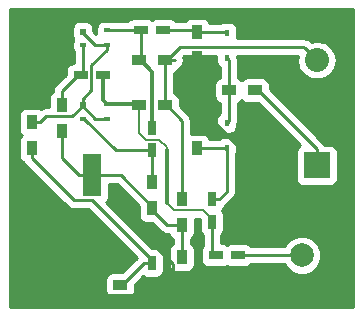
<source format=gbr>
G04 #@! TF.FileFunction,Copper,L2,Bot,Signal*
%FSLAX46Y46*%
G04 Gerber Fmt 4.6, Leading zero omitted, Abs format (unit mm)*
G04 Created by KiCad (PCBNEW 4.0.1-stable) date Friday, 11 March 2016 'pmt' 17:01:43*
%MOMM*%
G01*
G04 APERTURE LIST*
%ADD10C,0.100000*%
%ADD11R,1.200000X0.900000*%
%ADD12R,0.900000X1.200000*%
%ADD13R,0.508000X0.304800*%
%ADD14R,0.508000X0.604800*%
%ADD15R,1.200000X0.750000*%
%ADD16R,0.750000X1.200000*%
%ADD17R,1.600200X3.599180*%
%ADD18R,0.450000X0.590000*%
%ADD19R,2.235200X2.235200*%
%ADD20R,2.032000X2.032000*%
%ADD21O,2.032000X2.032000*%
%ADD22C,1.998980*%
%ADD23C,0.250000*%
%ADD24C,0.300000*%
%ADD25C,0.200000*%
%ADD26C,0.254000*%
G04 APERTURE END LIST*
D10*
D11*
X26500000Y-21590000D03*
X24300000Y-21590000D03*
D12*
X27940000Y-29550000D03*
X27940000Y-31750000D03*
X27940000Y-34460000D03*
X27940000Y-36660000D03*
X25400000Y-28110000D03*
X25400000Y-30310000D03*
D13*
X19558000Y-22710000D03*
D14*
X19558000Y-21590000D03*
D13*
X21590000Y-22710000D03*
X21590000Y-21440000D03*
D15*
X26350000Y-15240000D03*
X24450000Y-15240000D03*
X21270000Y-19050000D03*
X19370000Y-19050000D03*
D16*
X25400000Y-34920000D03*
X25400000Y-33020000D03*
X25400000Y-25400000D03*
X25400000Y-23500000D03*
X30480000Y-31430000D03*
X30480000Y-29530000D03*
D15*
X32700000Y-34290000D03*
X30800000Y-34290000D03*
D17*
X20320000Y-27518360D03*
X20320000Y-33020000D03*
D18*
X31750000Y-15455000D03*
X31750000Y-17565000D03*
X31750000Y-25185000D03*
X31750000Y-23075000D03*
D11*
X26500000Y-17780000D03*
X24300000Y-17780000D03*
D12*
X15240000Y-23030000D03*
X15240000Y-25230000D03*
D19*
X39370000Y-26670000D03*
D20*
X39370000Y-20320000D03*
D21*
X39370000Y-17780000D03*
D12*
X29210000Y-17610000D03*
X29210000Y-15410000D03*
X17780000Y-23790000D03*
X17780000Y-21590000D03*
D11*
X22690000Y-36830000D03*
X20490000Y-36830000D03*
X34120000Y-20320000D03*
X31920000Y-20320000D03*
D12*
X29210000Y-23030000D03*
X29210000Y-25230000D03*
D13*
X19558000Y-16510000D03*
D14*
X19558000Y-15390000D03*
D13*
X21590000Y-16510000D03*
X21590000Y-15240000D03*
D22*
X38100000Y-34290000D03*
X40800020Y-36990020D03*
X40800020Y-31589980D03*
X35399980Y-31589980D03*
X35399980Y-36990020D03*
D23*
X26350000Y-15240000D02*
X29040000Y-15240000D01*
X29040000Y-15240000D02*
X29210000Y-15410000D01*
X29210000Y-15410000D02*
X31705000Y-15410000D01*
X31705000Y-15410000D02*
X31750000Y-15455000D01*
D24*
X25400000Y-23500000D02*
X25400000Y-18730000D01*
X25400000Y-18730000D02*
X24450000Y-17780000D01*
X24450000Y-17780000D02*
X24300000Y-17780000D01*
D23*
X21590000Y-15240000D02*
X24450000Y-15240000D01*
X24450000Y-15240000D02*
X24450000Y-17630000D01*
X24450000Y-17630000D02*
X24300000Y-17780000D01*
D25*
X26670000Y-25400000D02*
X26670000Y-25154998D01*
X26670000Y-25154998D02*
X26015001Y-24499999D01*
X26015001Y-24499999D02*
X24884997Y-24499999D01*
X24300000Y-22240000D02*
X24300000Y-21590000D01*
X24884997Y-24499999D02*
X24300000Y-23915002D01*
X24300000Y-23915002D02*
X24300000Y-22240000D01*
D24*
X26670000Y-29870002D02*
X26670000Y-25400000D01*
D25*
X29755000Y-30480000D02*
X27279998Y-30480000D01*
X27279998Y-30480000D02*
X26670000Y-29870002D01*
X30480000Y-31430000D02*
X30480000Y-31205000D01*
X30480000Y-31205000D02*
X29755000Y-30480000D01*
D24*
X21590000Y-21440000D02*
X24150000Y-21440000D01*
X24150000Y-21440000D02*
X24300000Y-21590000D01*
X21270000Y-19050000D02*
X21270000Y-21120000D01*
X21270000Y-21120000D02*
X21590000Y-21440000D01*
D23*
X30480000Y-31430000D02*
X30480000Y-33970000D01*
X30480000Y-33970000D02*
X30800000Y-34290000D01*
X30800000Y-34290000D02*
X30575000Y-34290000D01*
X19370000Y-19050000D02*
X19145000Y-19050000D01*
X19145000Y-19050000D02*
X17780000Y-20415000D01*
X17780000Y-20415000D02*
X17780000Y-21590000D01*
X19558000Y-16510000D02*
X19558000Y-18862000D01*
X19558000Y-18862000D02*
X19370000Y-19050000D01*
X15240000Y-26080000D02*
X15240000Y-25230000D01*
X18802951Y-29642951D02*
X15240000Y-26080000D01*
X25400000Y-34695000D02*
X20347951Y-29642951D01*
X20347951Y-29642951D02*
X18802951Y-29642951D01*
X25400000Y-34920000D02*
X25400000Y-34695000D01*
X22690000Y-36830000D02*
X22840000Y-36830000D01*
X22840000Y-36830000D02*
X24750000Y-34920000D01*
X24750000Y-34920000D02*
X25400000Y-34920000D01*
X27240000Y-36660000D02*
X27940000Y-36660000D01*
X27164999Y-35734999D02*
X27940000Y-36510000D01*
X27164999Y-35009999D02*
X27164999Y-35734999D01*
X25400000Y-33245000D02*
X27164999Y-35009999D01*
X27940000Y-36510000D02*
X27940000Y-36660000D01*
X25400000Y-33020000D02*
X25400000Y-33245000D01*
X35399980Y-31589980D02*
X35399980Y-27729978D01*
X30700002Y-23030000D02*
X29210000Y-23030000D01*
X35399980Y-27729978D02*
X30700002Y-23030000D01*
X20490000Y-36830000D02*
X20640000Y-36830000D01*
X20640000Y-36830000D02*
X21415001Y-37605001D01*
X21415001Y-37605001D02*
X26294999Y-37605001D01*
X26294999Y-37605001D02*
X27240000Y-36660000D01*
X20490000Y-36830000D02*
X20490000Y-33190000D01*
X20490000Y-33190000D02*
X20320000Y-33020000D01*
X27940000Y-36660000D02*
X35069960Y-36660000D01*
X35069960Y-36660000D02*
X35399980Y-36990020D01*
X40800020Y-31589980D02*
X41799509Y-30590491D01*
X39370000Y-21586000D02*
X39370000Y-20320000D01*
X41799509Y-30590491D02*
X41799509Y-24015509D01*
X41799509Y-24015509D02*
X39370000Y-21586000D01*
X29210000Y-17610000D02*
X29210000Y-23030000D01*
X25400000Y-28110000D02*
X25400000Y-25400000D01*
X19558000Y-22710000D02*
X19659600Y-22710000D01*
X19659600Y-22710000D02*
X22349600Y-25400000D01*
X22349600Y-25400000D02*
X25400000Y-25400000D01*
X31750000Y-25185000D02*
X31750000Y-28885000D01*
X31750000Y-28885000D02*
X31105000Y-29530000D01*
X31105000Y-29530000D02*
X30480000Y-29530000D01*
X29210000Y-25230000D02*
X31705000Y-25230000D01*
X31705000Y-25230000D02*
X31750000Y-25185000D01*
X32700000Y-34290000D02*
X38100000Y-34290000D01*
X25400000Y-30310000D02*
X25400000Y-30460000D01*
X26690000Y-31750000D02*
X27940000Y-31750000D01*
X25400000Y-30460000D02*
X26690000Y-31750000D01*
X20320000Y-27518360D02*
X22758360Y-27518360D01*
X22758360Y-27518360D02*
X25400000Y-30160000D01*
X25400000Y-30160000D02*
X25400000Y-30310000D01*
X17780000Y-23790000D02*
X17780000Y-26028460D01*
X17780000Y-26028460D02*
X19269900Y-27518360D01*
X19269900Y-27518360D02*
X20320000Y-27518360D01*
X27940000Y-31750000D02*
X27940000Y-34460000D01*
X31920000Y-20320000D02*
X31920000Y-17735000D01*
X31920000Y-17735000D02*
X31750000Y-17565000D01*
X31920000Y-20320000D02*
X31920000Y-22905000D01*
X31920000Y-22905000D02*
X31750000Y-23075000D01*
X15240000Y-23030000D02*
X15940000Y-23030000D01*
X19558000Y-21638400D02*
X19558000Y-21590000D01*
X15940000Y-23030000D02*
X16454999Y-22515001D01*
X16454999Y-22515001D02*
X18681399Y-22515001D01*
X18681399Y-22515001D02*
X19558000Y-21638400D01*
X21590000Y-22710000D02*
X20629600Y-22710000D01*
X20629600Y-22710000D02*
X19558000Y-21638400D01*
X21590000Y-16510000D02*
X20629600Y-16510000D01*
X20629600Y-16510000D02*
X19558000Y-15438400D01*
X19558000Y-15438400D02*
X19558000Y-15390000D01*
X21590000Y-16510000D02*
X21590000Y-16912400D01*
X21590000Y-16912400D02*
X20295001Y-18207399D01*
X20295001Y-18207399D02*
X20295001Y-20300599D01*
X20295001Y-20300599D02*
X19558000Y-21037600D01*
X19558000Y-21037600D02*
X19558000Y-21590000D01*
X39370000Y-26670000D02*
X39370000Y-25302400D01*
X39370000Y-25302400D02*
X34387600Y-20320000D01*
X34387600Y-20320000D02*
X34120000Y-20320000D01*
X26500000Y-17780000D02*
X26650000Y-17780000D01*
X27795001Y-16634999D02*
X38224999Y-16634999D01*
X38224999Y-16634999D02*
X38354001Y-16764001D01*
X38354001Y-16764001D02*
X39370000Y-17780000D01*
X26650000Y-17780000D02*
X27795001Y-16634999D01*
X27940000Y-29550000D02*
X27940000Y-22880000D01*
X27940000Y-22880000D02*
X26650000Y-21590000D01*
X26650000Y-21590000D02*
X26500000Y-21590000D01*
X26500000Y-21590000D02*
X26500000Y-17780000D01*
X27350000Y-17780000D02*
X26500000Y-17780000D01*
X26500000Y-17780000D02*
X26350000Y-17780000D01*
D26*
G36*
X42470000Y-38660000D02*
X13410000Y-38660000D01*
X13410000Y-22430000D01*
X14142560Y-22430000D01*
X14142560Y-23630000D01*
X14186838Y-23865317D01*
X14325910Y-24081441D01*
X14395711Y-24129134D01*
X14338559Y-24165910D01*
X14193569Y-24378110D01*
X14142560Y-24630000D01*
X14142560Y-25830000D01*
X14186838Y-26065317D01*
X14325910Y-26281441D01*
X14538110Y-26426431D01*
X14580770Y-26435070D01*
X14702599Y-26617401D01*
X18265550Y-30180352D01*
X18512112Y-30345099D01*
X18802951Y-30402951D01*
X20033149Y-30402951D01*
X24112698Y-34482500D01*
X22862638Y-35732560D01*
X22090000Y-35732560D01*
X21854683Y-35776838D01*
X21638559Y-35915910D01*
X21493569Y-36128110D01*
X21442560Y-36380000D01*
X21442560Y-37280000D01*
X21486838Y-37515317D01*
X21625910Y-37731441D01*
X21838110Y-37876431D01*
X22090000Y-37927440D01*
X23290000Y-37927440D01*
X23525317Y-37883162D01*
X23741441Y-37744090D01*
X23886431Y-37531890D01*
X23937440Y-37280000D01*
X23937440Y-36807362D01*
X24687123Y-36057679D01*
X24773110Y-36116431D01*
X25025000Y-36167440D01*
X25775000Y-36167440D01*
X26010317Y-36123162D01*
X26226441Y-35984090D01*
X26371431Y-35771890D01*
X26422440Y-35520000D01*
X26422440Y-34320000D01*
X26378162Y-34084683D01*
X26239090Y-33868559D01*
X26026890Y-33723569D01*
X25775000Y-33672560D01*
X25452362Y-33672560D01*
X21565640Y-29785838D01*
X21571541Y-29782040D01*
X21716531Y-29569840D01*
X21767540Y-29317950D01*
X21767540Y-28278360D01*
X22443558Y-28278360D01*
X24302560Y-30137362D01*
X24302560Y-30910000D01*
X24346838Y-31145317D01*
X24485910Y-31361441D01*
X24698110Y-31506431D01*
X24950000Y-31557440D01*
X25422638Y-31557440D01*
X26152598Y-32287401D01*
X26246285Y-32350000D01*
X26399161Y-32452148D01*
X26690000Y-32510000D01*
X26872666Y-32510000D01*
X26886838Y-32585317D01*
X27025910Y-32801441D01*
X27180000Y-32906726D01*
X27180000Y-33304895D01*
X27038559Y-33395910D01*
X26893569Y-33608110D01*
X26842560Y-33860000D01*
X26842560Y-35060000D01*
X26886838Y-35295317D01*
X27025910Y-35511441D01*
X27238110Y-35656431D01*
X27490000Y-35707440D01*
X28390000Y-35707440D01*
X28625317Y-35663162D01*
X28841441Y-35524090D01*
X28986431Y-35311890D01*
X29037440Y-35060000D01*
X29037440Y-33860000D01*
X28993162Y-33624683D01*
X28854090Y-33408559D01*
X28700000Y-33303274D01*
X28700000Y-32905105D01*
X28841441Y-32814090D01*
X28986431Y-32601890D01*
X29037440Y-32350000D01*
X29037440Y-31215000D01*
X29450554Y-31215000D01*
X29457560Y-31222006D01*
X29457560Y-32030000D01*
X29501838Y-32265317D01*
X29640910Y-32481441D01*
X29720000Y-32535481D01*
X29720000Y-33492708D01*
X29603569Y-33663110D01*
X29552560Y-33915000D01*
X29552560Y-34665000D01*
X29596838Y-34900317D01*
X29735910Y-35116441D01*
X29948110Y-35261431D01*
X30200000Y-35312440D01*
X31400000Y-35312440D01*
X31635317Y-35268162D01*
X31749978Y-35194380D01*
X31848110Y-35261431D01*
X32100000Y-35312440D01*
X33300000Y-35312440D01*
X33535317Y-35268162D01*
X33751441Y-35129090D01*
X33805481Y-35050000D01*
X36645504Y-35050000D01*
X36713538Y-35214655D01*
X37172927Y-35674846D01*
X37773453Y-35924206D01*
X38423694Y-35924774D01*
X39024655Y-35676462D01*
X39484846Y-35217073D01*
X39734206Y-34616547D01*
X39734774Y-33966306D01*
X39486462Y-33365345D01*
X39027073Y-32905154D01*
X38426547Y-32655794D01*
X37776306Y-32655226D01*
X37175345Y-32903538D01*
X36715154Y-33362927D01*
X36645779Y-33530000D01*
X33806844Y-33530000D01*
X33764090Y-33463559D01*
X33551890Y-33318569D01*
X33300000Y-33267560D01*
X32100000Y-33267560D01*
X31864683Y-33311838D01*
X31750022Y-33385620D01*
X31651890Y-33318569D01*
X31400000Y-33267560D01*
X31240000Y-33267560D01*
X31240000Y-32536844D01*
X31306441Y-32494090D01*
X31451431Y-32281890D01*
X31502440Y-32030000D01*
X31502440Y-30830000D01*
X31458162Y-30594683D01*
X31384380Y-30480022D01*
X31451431Y-30381890D01*
X31495199Y-30165758D01*
X31642401Y-30067401D01*
X32287401Y-29422401D01*
X32452148Y-29175839D01*
X32510000Y-28885000D01*
X32510000Y-25821797D01*
X32571431Y-25731890D01*
X32622440Y-25480000D01*
X32622440Y-24890000D01*
X32578162Y-24654683D01*
X32439090Y-24438559D01*
X32226890Y-24293569D01*
X31975000Y-24242560D01*
X31525000Y-24242560D01*
X31289683Y-24286838D01*
X31073559Y-24425910D01*
X31043434Y-24470000D01*
X30277334Y-24470000D01*
X30263162Y-24394683D01*
X30124090Y-24178559D01*
X29911890Y-24033569D01*
X29660000Y-23982560D01*
X28760000Y-23982560D01*
X28700000Y-23993850D01*
X28700000Y-22880000D01*
X28642148Y-22589161D01*
X28543745Y-22441890D01*
X28477401Y-22342598D01*
X27747440Y-21612638D01*
X27747440Y-21140000D01*
X27703162Y-20904683D01*
X27564090Y-20688559D01*
X27351890Y-20543569D01*
X27260000Y-20524961D01*
X27260000Y-18847334D01*
X27335317Y-18833162D01*
X27551441Y-18694090D01*
X27696431Y-18481890D01*
X27705070Y-18439230D01*
X27887401Y-18317401D01*
X28052148Y-18070839D01*
X28110000Y-17780000D01*
X28052148Y-17489161D01*
X28037525Y-17467277D01*
X28109803Y-17394999D01*
X30877560Y-17394999D01*
X30877560Y-17860000D01*
X30921838Y-18095317D01*
X31060910Y-18311441D01*
X31160000Y-18379146D01*
X31160000Y-19252666D01*
X31084683Y-19266838D01*
X30868559Y-19405910D01*
X30723569Y-19618110D01*
X30672560Y-19870000D01*
X30672560Y-20770000D01*
X30716838Y-21005317D01*
X30855910Y-21221441D01*
X31068110Y-21366431D01*
X31160000Y-21385039D01*
X31160000Y-22260287D01*
X31073559Y-22315910D01*
X30928569Y-22528110D01*
X30877560Y-22780000D01*
X30877560Y-23370000D01*
X30921838Y-23605317D01*
X31060910Y-23821441D01*
X31273110Y-23966431D01*
X31525000Y-24017440D01*
X31975000Y-24017440D01*
X32210317Y-23973162D01*
X32426441Y-23834090D01*
X32571431Y-23621890D01*
X32622440Y-23370000D01*
X32622440Y-23194372D01*
X32680000Y-22905000D01*
X32680000Y-21387334D01*
X32755317Y-21373162D01*
X32971441Y-21234090D01*
X33019134Y-21164289D01*
X33055910Y-21221441D01*
X33268110Y-21366431D01*
X33520000Y-21417440D01*
X34410238Y-21417440D01*
X37971420Y-24978622D01*
X37800959Y-25088310D01*
X37655969Y-25300510D01*
X37604960Y-25552400D01*
X37604960Y-27787600D01*
X37649238Y-28022917D01*
X37788310Y-28239041D01*
X38000510Y-28384031D01*
X38252400Y-28435040D01*
X40487600Y-28435040D01*
X40722917Y-28390762D01*
X40939041Y-28251690D01*
X41084031Y-28039490D01*
X41135040Y-27787600D01*
X41135040Y-25552400D01*
X41090762Y-25317083D01*
X40951690Y-25100959D01*
X40739490Y-24955969D01*
X40487600Y-24904960D01*
X40000920Y-24904960D01*
X39907401Y-24764999D01*
X35367440Y-20225038D01*
X35367440Y-19870000D01*
X35323162Y-19634683D01*
X35184090Y-19418559D01*
X34971890Y-19273569D01*
X34720000Y-19222560D01*
X33520000Y-19222560D01*
X33284683Y-19266838D01*
X33068559Y-19405910D01*
X33020866Y-19475711D01*
X32984090Y-19418559D01*
X32771890Y-19273569D01*
X32680000Y-19254961D01*
X32680000Y-17735000D01*
X32622440Y-17445629D01*
X32622440Y-17394999D01*
X37763237Y-17394999D01*
X37686655Y-17780000D01*
X37812330Y-18411810D01*
X38170222Y-18947433D01*
X38705845Y-19305325D01*
X39337655Y-19431000D01*
X39402345Y-19431000D01*
X40034155Y-19305325D01*
X40569778Y-18947433D01*
X40927670Y-18411810D01*
X41053345Y-17780000D01*
X40927670Y-17148190D01*
X40569778Y-16612567D01*
X40034155Y-16254675D01*
X39402345Y-16129000D01*
X39337655Y-16129000D01*
X38884033Y-16219231D01*
X38762400Y-16097598D01*
X38515838Y-15932851D01*
X38224999Y-15874999D01*
X32597127Y-15874999D01*
X32622440Y-15750000D01*
X32622440Y-15160000D01*
X32578162Y-14924683D01*
X32439090Y-14708559D01*
X32226890Y-14563569D01*
X31975000Y-14512560D01*
X31525000Y-14512560D01*
X31289683Y-14556838D01*
X31144905Y-14650000D01*
X30277334Y-14650000D01*
X30263162Y-14574683D01*
X30124090Y-14358559D01*
X29911890Y-14213569D01*
X29660000Y-14162560D01*
X28760000Y-14162560D01*
X28524683Y-14206838D01*
X28308559Y-14345910D01*
X28216939Y-14480000D01*
X27456844Y-14480000D01*
X27414090Y-14413559D01*
X27201890Y-14268569D01*
X26950000Y-14217560D01*
X25750000Y-14217560D01*
X25514683Y-14261838D01*
X25400022Y-14335620D01*
X25301890Y-14268569D01*
X25050000Y-14217560D01*
X23850000Y-14217560D01*
X23614683Y-14261838D01*
X23398559Y-14400910D01*
X23344519Y-14480000D01*
X22040736Y-14480000D01*
X21844000Y-14440160D01*
X21336000Y-14440160D01*
X21100683Y-14484438D01*
X20884559Y-14623510D01*
X20739569Y-14835710D01*
X20688560Y-15087600D01*
X20688560Y-15392400D01*
X20712145Y-15517743D01*
X20459440Y-15265038D01*
X20459440Y-15087600D01*
X20415162Y-14852283D01*
X20276090Y-14636159D01*
X20063890Y-14491169D01*
X19812000Y-14440160D01*
X19304000Y-14440160D01*
X19068683Y-14484438D01*
X18852559Y-14623510D01*
X18707569Y-14835710D01*
X18656560Y-15087600D01*
X18656560Y-15692400D01*
X18700838Y-15927717D01*
X18763088Y-16024456D01*
X18707569Y-16105710D01*
X18656560Y-16357600D01*
X18656560Y-16662400D01*
X18700838Y-16897717D01*
X18798000Y-17048711D01*
X18798000Y-18027560D01*
X18770000Y-18027560D01*
X18534683Y-18071838D01*
X18318559Y-18210910D01*
X18173569Y-18423110D01*
X18122560Y-18675000D01*
X18122560Y-18997638D01*
X17242599Y-19877599D01*
X17077852Y-20124161D01*
X17020000Y-20415000D01*
X17020000Y-20434895D01*
X16878559Y-20525910D01*
X16733569Y-20738110D01*
X16682560Y-20990000D01*
X16682560Y-21755001D01*
X16454999Y-21755001D01*
X16164160Y-21812853D01*
X16036455Y-21898182D01*
X15941890Y-21833569D01*
X15690000Y-21782560D01*
X14790000Y-21782560D01*
X14554683Y-21826838D01*
X14338559Y-21965910D01*
X14193569Y-22178110D01*
X14142560Y-22430000D01*
X13410000Y-22430000D01*
X13410000Y-13410000D01*
X42470000Y-13410000D01*
X42470000Y-38660000D01*
X42470000Y-38660000D01*
G37*
X42470000Y-38660000D02*
X13410000Y-38660000D01*
X13410000Y-22430000D01*
X14142560Y-22430000D01*
X14142560Y-23630000D01*
X14186838Y-23865317D01*
X14325910Y-24081441D01*
X14395711Y-24129134D01*
X14338559Y-24165910D01*
X14193569Y-24378110D01*
X14142560Y-24630000D01*
X14142560Y-25830000D01*
X14186838Y-26065317D01*
X14325910Y-26281441D01*
X14538110Y-26426431D01*
X14580770Y-26435070D01*
X14702599Y-26617401D01*
X18265550Y-30180352D01*
X18512112Y-30345099D01*
X18802951Y-30402951D01*
X20033149Y-30402951D01*
X24112698Y-34482500D01*
X22862638Y-35732560D01*
X22090000Y-35732560D01*
X21854683Y-35776838D01*
X21638559Y-35915910D01*
X21493569Y-36128110D01*
X21442560Y-36380000D01*
X21442560Y-37280000D01*
X21486838Y-37515317D01*
X21625910Y-37731441D01*
X21838110Y-37876431D01*
X22090000Y-37927440D01*
X23290000Y-37927440D01*
X23525317Y-37883162D01*
X23741441Y-37744090D01*
X23886431Y-37531890D01*
X23937440Y-37280000D01*
X23937440Y-36807362D01*
X24687123Y-36057679D01*
X24773110Y-36116431D01*
X25025000Y-36167440D01*
X25775000Y-36167440D01*
X26010317Y-36123162D01*
X26226441Y-35984090D01*
X26371431Y-35771890D01*
X26422440Y-35520000D01*
X26422440Y-34320000D01*
X26378162Y-34084683D01*
X26239090Y-33868559D01*
X26026890Y-33723569D01*
X25775000Y-33672560D01*
X25452362Y-33672560D01*
X21565640Y-29785838D01*
X21571541Y-29782040D01*
X21716531Y-29569840D01*
X21767540Y-29317950D01*
X21767540Y-28278360D01*
X22443558Y-28278360D01*
X24302560Y-30137362D01*
X24302560Y-30910000D01*
X24346838Y-31145317D01*
X24485910Y-31361441D01*
X24698110Y-31506431D01*
X24950000Y-31557440D01*
X25422638Y-31557440D01*
X26152598Y-32287401D01*
X26246285Y-32350000D01*
X26399161Y-32452148D01*
X26690000Y-32510000D01*
X26872666Y-32510000D01*
X26886838Y-32585317D01*
X27025910Y-32801441D01*
X27180000Y-32906726D01*
X27180000Y-33304895D01*
X27038559Y-33395910D01*
X26893569Y-33608110D01*
X26842560Y-33860000D01*
X26842560Y-35060000D01*
X26886838Y-35295317D01*
X27025910Y-35511441D01*
X27238110Y-35656431D01*
X27490000Y-35707440D01*
X28390000Y-35707440D01*
X28625317Y-35663162D01*
X28841441Y-35524090D01*
X28986431Y-35311890D01*
X29037440Y-35060000D01*
X29037440Y-33860000D01*
X28993162Y-33624683D01*
X28854090Y-33408559D01*
X28700000Y-33303274D01*
X28700000Y-32905105D01*
X28841441Y-32814090D01*
X28986431Y-32601890D01*
X29037440Y-32350000D01*
X29037440Y-31215000D01*
X29450554Y-31215000D01*
X29457560Y-31222006D01*
X29457560Y-32030000D01*
X29501838Y-32265317D01*
X29640910Y-32481441D01*
X29720000Y-32535481D01*
X29720000Y-33492708D01*
X29603569Y-33663110D01*
X29552560Y-33915000D01*
X29552560Y-34665000D01*
X29596838Y-34900317D01*
X29735910Y-35116441D01*
X29948110Y-35261431D01*
X30200000Y-35312440D01*
X31400000Y-35312440D01*
X31635317Y-35268162D01*
X31749978Y-35194380D01*
X31848110Y-35261431D01*
X32100000Y-35312440D01*
X33300000Y-35312440D01*
X33535317Y-35268162D01*
X33751441Y-35129090D01*
X33805481Y-35050000D01*
X36645504Y-35050000D01*
X36713538Y-35214655D01*
X37172927Y-35674846D01*
X37773453Y-35924206D01*
X38423694Y-35924774D01*
X39024655Y-35676462D01*
X39484846Y-35217073D01*
X39734206Y-34616547D01*
X39734774Y-33966306D01*
X39486462Y-33365345D01*
X39027073Y-32905154D01*
X38426547Y-32655794D01*
X37776306Y-32655226D01*
X37175345Y-32903538D01*
X36715154Y-33362927D01*
X36645779Y-33530000D01*
X33806844Y-33530000D01*
X33764090Y-33463559D01*
X33551890Y-33318569D01*
X33300000Y-33267560D01*
X32100000Y-33267560D01*
X31864683Y-33311838D01*
X31750022Y-33385620D01*
X31651890Y-33318569D01*
X31400000Y-33267560D01*
X31240000Y-33267560D01*
X31240000Y-32536844D01*
X31306441Y-32494090D01*
X31451431Y-32281890D01*
X31502440Y-32030000D01*
X31502440Y-30830000D01*
X31458162Y-30594683D01*
X31384380Y-30480022D01*
X31451431Y-30381890D01*
X31495199Y-30165758D01*
X31642401Y-30067401D01*
X32287401Y-29422401D01*
X32452148Y-29175839D01*
X32510000Y-28885000D01*
X32510000Y-25821797D01*
X32571431Y-25731890D01*
X32622440Y-25480000D01*
X32622440Y-24890000D01*
X32578162Y-24654683D01*
X32439090Y-24438559D01*
X32226890Y-24293569D01*
X31975000Y-24242560D01*
X31525000Y-24242560D01*
X31289683Y-24286838D01*
X31073559Y-24425910D01*
X31043434Y-24470000D01*
X30277334Y-24470000D01*
X30263162Y-24394683D01*
X30124090Y-24178559D01*
X29911890Y-24033569D01*
X29660000Y-23982560D01*
X28760000Y-23982560D01*
X28700000Y-23993850D01*
X28700000Y-22880000D01*
X28642148Y-22589161D01*
X28543745Y-22441890D01*
X28477401Y-22342598D01*
X27747440Y-21612638D01*
X27747440Y-21140000D01*
X27703162Y-20904683D01*
X27564090Y-20688559D01*
X27351890Y-20543569D01*
X27260000Y-20524961D01*
X27260000Y-18847334D01*
X27335317Y-18833162D01*
X27551441Y-18694090D01*
X27696431Y-18481890D01*
X27705070Y-18439230D01*
X27887401Y-18317401D01*
X28052148Y-18070839D01*
X28110000Y-17780000D01*
X28052148Y-17489161D01*
X28037525Y-17467277D01*
X28109803Y-17394999D01*
X30877560Y-17394999D01*
X30877560Y-17860000D01*
X30921838Y-18095317D01*
X31060910Y-18311441D01*
X31160000Y-18379146D01*
X31160000Y-19252666D01*
X31084683Y-19266838D01*
X30868559Y-19405910D01*
X30723569Y-19618110D01*
X30672560Y-19870000D01*
X30672560Y-20770000D01*
X30716838Y-21005317D01*
X30855910Y-21221441D01*
X31068110Y-21366431D01*
X31160000Y-21385039D01*
X31160000Y-22260287D01*
X31073559Y-22315910D01*
X30928569Y-22528110D01*
X30877560Y-22780000D01*
X30877560Y-23370000D01*
X30921838Y-23605317D01*
X31060910Y-23821441D01*
X31273110Y-23966431D01*
X31525000Y-24017440D01*
X31975000Y-24017440D01*
X32210317Y-23973162D01*
X32426441Y-23834090D01*
X32571431Y-23621890D01*
X32622440Y-23370000D01*
X32622440Y-23194372D01*
X32680000Y-22905000D01*
X32680000Y-21387334D01*
X32755317Y-21373162D01*
X32971441Y-21234090D01*
X33019134Y-21164289D01*
X33055910Y-21221441D01*
X33268110Y-21366431D01*
X33520000Y-21417440D01*
X34410238Y-21417440D01*
X37971420Y-24978622D01*
X37800959Y-25088310D01*
X37655969Y-25300510D01*
X37604960Y-25552400D01*
X37604960Y-27787600D01*
X37649238Y-28022917D01*
X37788310Y-28239041D01*
X38000510Y-28384031D01*
X38252400Y-28435040D01*
X40487600Y-28435040D01*
X40722917Y-28390762D01*
X40939041Y-28251690D01*
X41084031Y-28039490D01*
X41135040Y-27787600D01*
X41135040Y-25552400D01*
X41090762Y-25317083D01*
X40951690Y-25100959D01*
X40739490Y-24955969D01*
X40487600Y-24904960D01*
X40000920Y-24904960D01*
X39907401Y-24764999D01*
X35367440Y-20225038D01*
X35367440Y-19870000D01*
X35323162Y-19634683D01*
X35184090Y-19418559D01*
X34971890Y-19273569D01*
X34720000Y-19222560D01*
X33520000Y-19222560D01*
X33284683Y-19266838D01*
X33068559Y-19405910D01*
X33020866Y-19475711D01*
X32984090Y-19418559D01*
X32771890Y-19273569D01*
X32680000Y-19254961D01*
X32680000Y-17735000D01*
X32622440Y-17445629D01*
X32622440Y-17394999D01*
X37763237Y-17394999D01*
X37686655Y-17780000D01*
X37812330Y-18411810D01*
X38170222Y-18947433D01*
X38705845Y-19305325D01*
X39337655Y-19431000D01*
X39402345Y-19431000D01*
X40034155Y-19305325D01*
X40569778Y-18947433D01*
X40927670Y-18411810D01*
X41053345Y-17780000D01*
X40927670Y-17148190D01*
X40569778Y-16612567D01*
X40034155Y-16254675D01*
X39402345Y-16129000D01*
X39337655Y-16129000D01*
X38884033Y-16219231D01*
X38762400Y-16097598D01*
X38515838Y-15932851D01*
X38224999Y-15874999D01*
X32597127Y-15874999D01*
X32622440Y-15750000D01*
X32622440Y-15160000D01*
X32578162Y-14924683D01*
X32439090Y-14708559D01*
X32226890Y-14563569D01*
X31975000Y-14512560D01*
X31525000Y-14512560D01*
X31289683Y-14556838D01*
X31144905Y-14650000D01*
X30277334Y-14650000D01*
X30263162Y-14574683D01*
X30124090Y-14358559D01*
X29911890Y-14213569D01*
X29660000Y-14162560D01*
X28760000Y-14162560D01*
X28524683Y-14206838D01*
X28308559Y-14345910D01*
X28216939Y-14480000D01*
X27456844Y-14480000D01*
X27414090Y-14413559D01*
X27201890Y-14268569D01*
X26950000Y-14217560D01*
X25750000Y-14217560D01*
X25514683Y-14261838D01*
X25400022Y-14335620D01*
X25301890Y-14268569D01*
X25050000Y-14217560D01*
X23850000Y-14217560D01*
X23614683Y-14261838D01*
X23398559Y-14400910D01*
X23344519Y-14480000D01*
X22040736Y-14480000D01*
X21844000Y-14440160D01*
X21336000Y-14440160D01*
X21100683Y-14484438D01*
X20884559Y-14623510D01*
X20739569Y-14835710D01*
X20688560Y-15087600D01*
X20688560Y-15392400D01*
X20712145Y-15517743D01*
X20459440Y-15265038D01*
X20459440Y-15087600D01*
X20415162Y-14852283D01*
X20276090Y-14636159D01*
X20063890Y-14491169D01*
X19812000Y-14440160D01*
X19304000Y-14440160D01*
X19068683Y-14484438D01*
X18852559Y-14623510D01*
X18707569Y-14835710D01*
X18656560Y-15087600D01*
X18656560Y-15692400D01*
X18700838Y-15927717D01*
X18763088Y-16024456D01*
X18707569Y-16105710D01*
X18656560Y-16357600D01*
X18656560Y-16662400D01*
X18700838Y-16897717D01*
X18798000Y-17048711D01*
X18798000Y-18027560D01*
X18770000Y-18027560D01*
X18534683Y-18071838D01*
X18318559Y-18210910D01*
X18173569Y-18423110D01*
X18122560Y-18675000D01*
X18122560Y-18997638D01*
X17242599Y-19877599D01*
X17077852Y-20124161D01*
X17020000Y-20415000D01*
X17020000Y-20434895D01*
X16878559Y-20525910D01*
X16733569Y-20738110D01*
X16682560Y-20990000D01*
X16682560Y-21755001D01*
X16454999Y-21755001D01*
X16164160Y-21812853D01*
X16036455Y-21898182D01*
X15941890Y-21833569D01*
X15690000Y-21782560D01*
X14790000Y-21782560D01*
X14554683Y-21826838D01*
X14338559Y-21965910D01*
X14193569Y-22178110D01*
X14142560Y-22430000D01*
X13410000Y-22430000D01*
X13410000Y-13410000D01*
X42470000Y-13410000D01*
X42470000Y-38660000D01*
M02*

</source>
